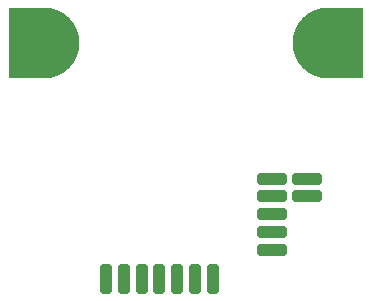
<source format=gbr>
%TF.GenerationSoftware,KiCad,Pcbnew,7.0.8-7.0.8~ubuntu22.04.1*%
%TF.CreationDate,2023-11-12T23:56:44-08:00*%
%TF.ProjectId,driver-tmc2160,64726976-6572-42d7-946d-63323136302e,rev?*%
%TF.SameCoordinates,Original*%
%TF.FileFunction,Soldermask,Bot*%
%TF.FilePolarity,Negative*%
%FSLAX46Y46*%
G04 Gerber Fmt 4.6, Leading zero omitted, Abs format (unit mm)*
G04 Created by KiCad (PCBNEW 7.0.8-7.0.8~ubuntu22.04.1) date 2023-11-12 23:56:44*
%MOMM*%
%LPD*%
G01*
G04 APERTURE LIST*
G04 Aperture macros list*
%AMRoundRect*
0 Rectangle with rounded corners*
0 $1 Rounding radius*
0 $2 $3 $4 $5 $6 $7 $8 $9 X,Y pos of 4 corners*
0 Add a 4 corners polygon primitive as box body*
4,1,4,$2,$3,$4,$5,$6,$7,$8,$9,$2,$3,0*
0 Add four circle primitives for the rounded corners*
1,1,$1+$1,$2,$3*
1,1,$1+$1,$4,$5*
1,1,$1+$1,$6,$7*
1,1,$1+$1,$8,$9*
0 Add four rect primitives between the rounded corners*
20,1,$1+$1,$2,$3,$4,$5,0*
20,1,$1+$1,$4,$5,$6,$7,0*
20,1,$1+$1,$6,$7,$8,$9,0*
20,1,$1+$1,$8,$9,$2,$3,0*%
%AMFreePoly0*
4,1,31,3.000000,0.000000,2.979715,-0.348279,2.919135,-0.691848,2.819078,-1.026060,2.680898,-1.346398,2.506463,-1.648527,2.298133,-1.928363,2.058725,-2.182121,1.791476,-2.406370,1.500000,-2.598076,1.188239,-2.754648,0.860410,-2.873969,0.520945,-2.954423,0.174434,-2.994924,-0.174434,-2.994924,-0.520945,-2.954423,-0.860410,-2.873969,-1.188239,-2.754648,-1.500000,-2.598076,-1.791476,-2.406370,
-2.058725,-2.182121,-2.298133,-1.928363,-2.506463,-1.648527,-2.680898,-1.346398,-2.819078,-1.026060,-2.919135,-0.691848,-2.979715,-0.348279,-3.000000,0.000000,-3.000000,3.000000,3.000000,3.000000,3.000000,0.000000,3.000000,0.000000,$1*%
G04 Aperture macros list end*
%ADD10C,0.800000*%
%ADD11FreePoly0,270.000000*%
%ADD12FreePoly0,90.000000*%
%ADD13RoundRect,0.250000X-1.000000X0.250000X-1.000000X-0.250000X1.000000X-0.250000X1.000000X0.250000X0*%
%ADD14RoundRect,0.250000X-0.250000X-1.000000X0.250000X-1.000000X0.250000X1.000000X-0.250000X1.000000X0*%
%ADD15RoundRect,0.250000X1.000000X-0.250000X1.000000X0.250000X-1.000000X0.250000X-1.000000X-0.250000X0*%
G04 APERTURE END LIST*
D10*
%TO.C,H2*%
X147000000Y-62100000D03*
X148697056Y-62802944D03*
X145302944Y-62802944D03*
X149400000Y-64500000D03*
D11*
X147000000Y-64500000D03*
D10*
X144600000Y-64500000D03*
X148697056Y-66197056D03*
X145302944Y-66197056D03*
X147000000Y-66900000D03*
%TD*%
%TO.C,H1*%
X123000000Y-66900000D03*
X121302944Y-66197056D03*
X124697056Y-66197056D03*
X120600000Y-64500000D03*
D12*
X123000000Y-64500000D03*
D10*
X125400000Y-64500000D03*
X121302944Y-62802944D03*
X124697056Y-62802944D03*
X123000000Y-62100000D03*
%TD*%
D13*
%TO.C,T17*%
X145250000Y-77500000D03*
%TD*%
D14*
%TO.C,T8*%
X137250000Y-84500000D03*
%TD*%
D15*
%TO.C,T10*%
X142250000Y-76000000D03*
%TD*%
D14*
%TO.C,T7*%
X135750000Y-84500000D03*
%TD*%
D15*
%TO.C,T14*%
X142250000Y-77500001D03*
%TD*%
D13*
%TO.C,T18*%
X145250000Y-76000000D03*
%TD*%
D14*
%TO.C,T6*%
X132750000Y-84500000D03*
%TD*%
D15*
%TO.C,T13*%
X142250000Y-79000000D03*
%TD*%
D14*
%TO.C,T3*%
X129750000Y-84500000D03*
%TD*%
%TO.C,T2*%
X128250000Y-84500000D03*
%TD*%
D15*
%TO.C,T11*%
X142250000Y-82000000D03*
%TD*%
D14*
%TO.C,T4*%
X131250000Y-84500000D03*
%TD*%
%TO.C,T5*%
X134250000Y-84500000D03*
%TD*%
D15*
%TO.C,T12*%
X142250000Y-80500000D03*
%TD*%
M02*

</source>
